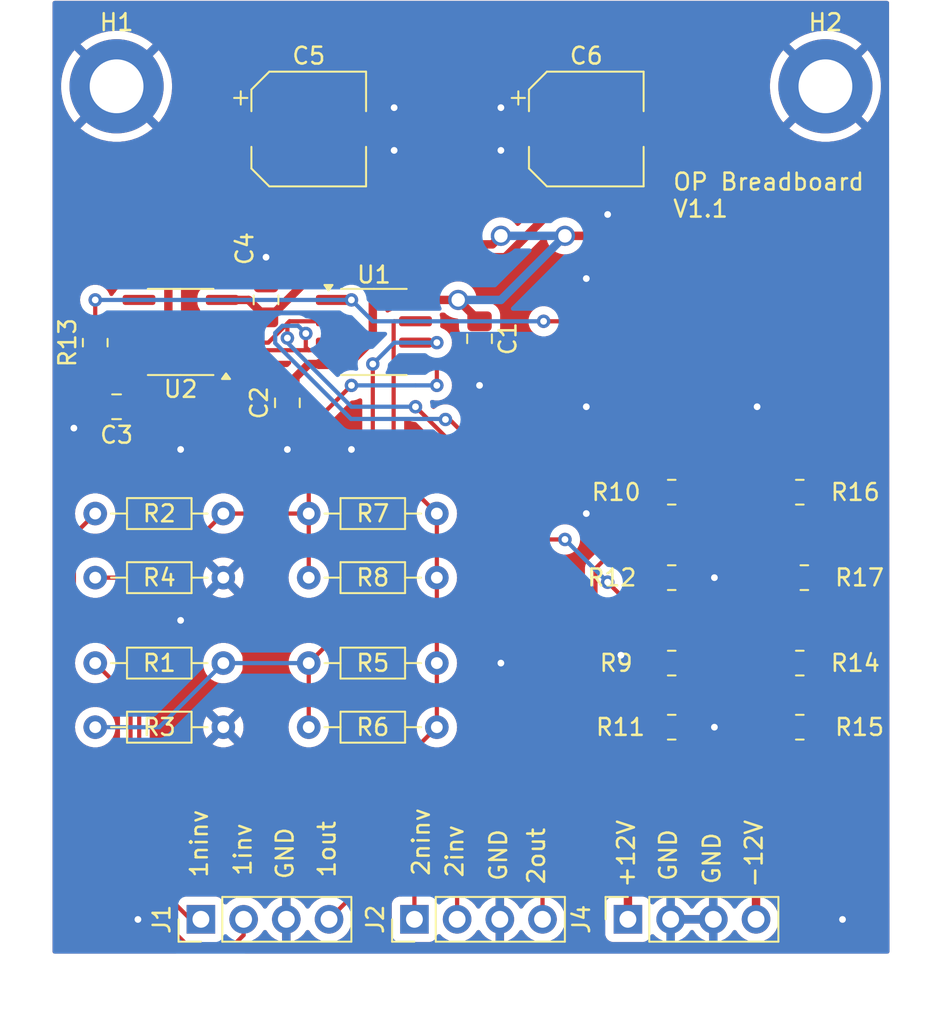
<source format=kicad_pcb>
(kicad_pcb (version 20240108) (generator "pcbnew") (generator_version "8.0")
  (title_block (title "OP- Breadboard") (date "2023-11-28") (rev "1.0"))
  (layers (0 "F.Cu" signal) (31 "B.Cu" signal) (34 "B.Paste" user) (35 "F.Paste" user) (36 "B.SilkS" user "B.Silkscreen") (37 "F.SilkS" user "F.Silkscreen") (38 "B.Mask" user) (39 "F.Mask" user) (44 "Edge.Cuts" user))
  (net 0 "")
  (net 1 "Net-(J1-Pin_1)")
  (net 2 "Net-(J2-Pin_1)")
  (net 3 "GND")
  (net 4 "Net-(J1-Pin_4)")
  (net 5 "Net-(J2-Pin_4)")
  (net 6 "Net-(J1-Pin_2)")
  (net 7 "Net-(J2-Pin_2)")
  (net 8 "+12V")
  (net 9 "-12V")
  (net 10 "Net-(U1B--)")
  (net 11 "Net-(U1B-+)")
  (net 12 "Net-(U1A--)")
  (net 13 "Net-(U1A-+)")
  (net 14 "unconnected-(U2-BAL-Pad5)")
  (footprint "Resistor_SMD:R_0805_2012Metric_Pad1.20x1.40mm_HandSolder" (layer "F.Cu") (at 236.4138 124.6886 180)
    (property "Reference" "R17" (at -3.286 0 0) (layer "F.SilkS"))
    (property "Value" "R")
    (fp_line (start -0.227064 0.735) (end 0.227064 0.735) (stroke (width 0.12)) (layer "F.SilkS"))
    (fp_line (start -0.227064 -0.735) (end 0.227064 -0.735) (stroke (width 0.12)) (layer "F.SilkS"))
    (pad "1" smd roundrect (at -1 0 180) (size 1.2 1.4) (layers "F.Cu" "F.Paste" "F.Mask") (roundrect_rratio 0.208333) (net 5 "Net-(J2-Pin_4)"))
    (pad "2" smd roundrect (at 1 0 180) (size 1.2 1.4) (layers "F.Cu" "F.Paste" "F.Mask") (roundrect_rratio 0.208333) (net 13 "Net-(U1A-+)"))
  )
  (footprint "Resistor_THT:R_Axial_DIN0204_L3.6mm_D1.6mm_P7.62mm_Horizontal" (layer "F.Cu") (at 194.2338 120.8786)
    (property "Reference" "R2" (at 3.81 0 0) (layer "F.SilkS"))
    (property "Value" "R")
    (fp_line (start 0.94 0) (end 1.89 0) (stroke (width 0.12)) (layer "F.SilkS"))
    (fp_line (start 1.89 -0.92) (end 1.89 0.92) (stroke (width 0.12)) (layer "F.SilkS"))
    (fp_line (start 1.89 0.92) (end 5.73 0.92) (stroke (width 0.12)) (layer "F.SilkS"))
    (fp_line (start 5.73 -0.92) (end 1.89 -0.92) (stroke (width 0.12)) (layer "F.SilkS"))
    (fp_line (start 5.73 0.92) (end 5.73 -0.92) (stroke (width 0.12)) (layer "F.SilkS"))
    (fp_line (start 6.68 0) (end 5.73 0) (stroke (width 0.12)) (layer "F.SilkS"))
    (pad "1" thru_hole circle (at 0 0) (size 1.4 1.4) (drill 0.7) (layers "*.Cu" "*.Mask") (net 1 "Net-(J1-Pin_1)"))
    (pad "2" thru_hole oval (at 7.62 0) (size 1.4 1.4) (drill 0.7) (layers "*.Cu" "*.Mask") (net 11 "Net-(U1B-+)"))
  )
  (footprint "Resistor_THT:R_Axial_DIN0204_L3.6mm_D1.6mm_P7.62mm_Horizontal" (layer "F.Cu") (at 201.8538 133.5786 180)
    (property "Reference" "R3" (at 3.81 0 0) (layer "F.SilkS"))
    (property "Value" "R")
    (fp_line (start 6.68 0) (end 5.73 0) (stroke (width 0.12)) (layer "F.SilkS"))
    (fp_line (start 5.73 0.92) (end 5.73 -0.92) (stroke (width 0.12)) (layer "F.SilkS"))
    (fp_line (start 5.73 -0.92) (end 1.89 -0.92) (stroke (width 0.12)) (layer "F.SilkS"))
    (fp_line (start 1.89 0.92) (end 5.73 0.92) (stroke (width 0.12)) (layer "F.SilkS"))
    (fp_line (start 1.89 -0.92) (end 1.89 0.92) (stroke (width 0.12)) (layer "F.SilkS"))
    (fp_line (start 0.94 0) (end 1.89 0) (stroke (width 0.12)) (layer "F.SilkS"))
    (pad "1" thru_hole circle (at 0 0 180) (size 1.4 1.4) (drill 0.7) (layers "*.Cu" "*.Mask") (net 3 "GND"))
    (pad "2" thru_hole oval (at 7.62 0 180) (size 1.4 1.4) (drill 0.7) (layers "*.Cu" "*.Mask") (net 10 "Net-(U1B--)"))
  )
  (footprint "Resistor_SMD:R_0805_2012Metric_Pad1.20x1.40mm_HandSolder" (layer "F.Cu") (at 228.5238 124.6886 180)
    (property "Reference" "R12" (at 3.556 0 0) (layer "F.SilkS"))
    (property "Value" "R")
    (fp_line (start -0.227064 0.735) (end 0.227064 0.735) (stroke (width 0.12)) (layer "F.SilkS"))
    (fp_line (start -0.227064 -0.735) (end 0.227064 -0.735) (stroke (width 0.12)) (layer "F.SilkS"))
    (pad "1" smd roundrect (at -1 0 180) (size 1.2 1.4) (layers "F.Cu" "F.Paste" "F.Mask") (roundrect_rratio 0.208333) (net 3 "GND"))
    (pad "2" smd roundrect (at 1 0 180) (size 1.2 1.4) (layers "F.Cu" "F.Paste" "F.Mask") (roundrect_rratio 0.208333) (net 13 "Net-(U1A-+)"))
  )
  (footprint "Capacitor_SMD:CP_Elec_6.3x5.9" (layer "F.Cu") (at 223.4438 98.0186)
    (property "Reference" "C6" (at 0 -4.35 0) (layer "F.SilkS"))
    (property "Value" "C_Polarized")
    (fp_line (start -4.4375 -1.8475) (end -3.65 -1.8475) (stroke (width 0.12)) (layer "F.SilkS"))
    (fp_line (start -4.04375 -2.24125) (end -4.04375 -1.45375) (stroke (width 0.12)) (layer "F.SilkS"))
    (fp_line (start -3.41 -2.345563) (end -3.41 -1.06) (stroke (width 0.12)) (layer "F.SilkS"))
    (fp_line (start -3.41 -2.345563) (end -2.345563 -3.41) (stroke (width 0.12)) (layer "F.SilkS"))
    (fp_line (start -3.41 2.345563) (end -3.41 1.06) (stroke (width 0.12)) (layer "F.SilkS"))
    (fp_line (start -3.41 2.345563) (end -2.345563 3.41) (stroke (width 0.12)) (layer "F.SilkS"))
    (fp_line (start -2.345563 -3.41) (end 3.41 -3.41) (stroke (width 0.12)) (layer "F.SilkS"))
    (fp_line (start -2.345563 3.41) (end 3.41 3.41) (stroke (width 0.12)) (layer "F.SilkS"))
    (fp_line (start 3.41 -3.41) (end 3.41 -1.06) (stroke (width 0.12)) (layer "F.SilkS"))
    (fp_line (start 3.41 3.41) (end 3.41 1.06) (stroke (width 0.12)) (layer "F.SilkS"))
    (pad "1" smd roundrect (at -2.8 0) (size 3.5 1.6) (layers "F.Cu" "F.Paste" "F.Mask") (roundrect_rratio 0.15625) (net 3 "GND"))
    (pad "2" smd roundrect (at 2.8 0) (size 3.5 1.6) (layers "F.Cu" "F.Paste" "F.Mask") (roundrect_rratio 0.15625) (net 9 "-12V"))
  )
  (footprint "Resistor_THT:R_Axial_DIN0204_L3.6mm_D1.6mm_P7.62mm_Horizontal" (layer "F.Cu") (at 214.5538 133.5786 180)
    (property "Reference" "R6" (at 3.81 0 0) (layer "F.SilkS"))
    (property "Value" "R")
    (fp_line (start 6.68 0) (end 5.73 0) (stroke (width 0.12)) (layer "F.SilkS"))
    (fp_line (start 5.73 0.92) (end 5.73 -0.92) (stroke (width 0.12)) (layer "F.SilkS"))
    (fp_line (start 5.73 -0.92) (end 1.89 -0.92) (stroke (width 0.12)) (layer "F.SilkS"))
    (fp_line (start 1.89 0.92) (end 5.73 0.92) (stroke (width 0.12)) (layer "F.SilkS"))
    (fp_line (start 1.89 -0.92) (end 1.89 0.92) (stroke (width 0.12)) (layer "F.SilkS"))
    (fp_line (start 0.94 0) (end 1.89 0) (stroke (width 0.12)) (layer "F.SilkS"))
    (pad "1" thru_hole circle (at 0 0 180) (size 1.4 1.4) (drill 0.7) (layers "*.Cu" "*.Mask") (net 4 "Net-(J1-Pin_4)"))
    (pad "2" thru_hole oval (at 7.62 0 180) (size 1.4 1.4) (drill 0.7) (layers "*.Cu" "*.Mask") (net 10 "Net-(U1B--)"))
  )
  (footprint "Resistor_THT:R_Axial_DIN0204_L3.6mm_D1.6mm_P7.62mm_Horizontal" (layer "F.Cu") (at 206.9338 120.8786)
    (property "Reference" "R7" (at 3.81 0 0) (layer "F.SilkS"))
    (property "Value" "R")
    (fp_line (start 0.94 0) (end 1.89 0) (stroke (width 0.12)) (layer "F.SilkS"))
    (fp_line (start 1.89 -0.92) (end 1.89 0.92) (stroke (width 0.12)) (layer "F.SilkS"))
    (fp_line (start 1.89 0.92) (end 5.73 0.92) (stroke (width 0.12)) (layer "F.SilkS"))
    (fp_line (start 5.73 -0.92) (end 1.89 -0.92) (stroke (width 0.12)) (layer "F.SilkS"))
    (fp_line (start 5.73 0.92) (end 5.73 -0.92) (stroke (width 0.12)) (layer "F.SilkS"))
    (fp_line (start 6.68 0) (end 5.73 0) (stroke (width 0.12)) (layer "F.SilkS"))
    (pad "1" thru_hole circle (at 0 0) (size 1.4 1.4) (drill 0.7) (layers "*.Cu" "*.Mask") (net 11 "Net-(U1B-+)"))
    (pad "2" thru_hole oval (at 7.62 0) (size 1.4 1.4) (drill 0.7) (layers "*.Cu" "*.Mask") (net 4 "Net-(J1-Pin_4)"))
  )
  (footprint "Package_SO:SOIC-8_3.9x4.9mm_P1.27mm" (layer "F.Cu") (at 210.8088 110.0836)
    (property "Reference" "U1" (at 0 -3.4 0) (layer "F.SilkS"))
    (property "Value" "NE5532")
    (fp_line (start 0 -2.56) (end -1.95 -2.56) (stroke (width 0.12)) (layer "F.SilkS"))
    (fp_line (start 0 -2.56) (end 1.95 -2.56) (stroke (width 0.12)) (layer "F.SilkS"))
    (fp_line (start 0 2.56) (end -1.95 2.56) (stroke (width 0.12)) (layer "F.SilkS"))
    (fp_line (start 0 2.56) (end 1.95 2.56) (stroke (width 0.12)) (layer "F.SilkS"))
    (fp_poly (pts (xy -2.7 -2.465) (xy -2.94 -2.795) (xy -2.46 -2.795) (xy -2.7 -2.465)) (stroke (width 0.12)) (fill solid) (layer "F.SilkS"))
    (pad "1" smd roundrect (at -2.475 -1.905) (size 1.95 0.6) (layers "F.Cu" "F.Paste" "F.Mask") (net 5 "Net-(J2-Pin_4)"))
    (pad "2" smd roundrect (at -2.475 -0.635) (size 1.95 0.6) (layers "F.Cu" "F.Paste" "F.Mask") (net 12 "Net-(U1A--)"))
    (pad "3" smd roundrect (at -2.475 0.635) (size 1.95 0.6) (layers "F.Cu" "F.Paste" "F.Mask") (net 13 "Net-(U1A-+)"))
    (pad "4" smd roundrect (at -2.475 1.905) (size 1.95 0.6) (layers "F.Cu" "F.Paste" "F.Mask") (net 9 "-12V"))
    (pad "5" smd roundrect (at 2.475 1.905) (size 1.95 0.6) (layers "F.Cu" "F.Paste" "F.Mask") (net 11 "Net-(U1B-+)"))
    (pad "6" smd roundrect (at 2.475 0.635) (size 1.95 0.6) (layers "F.Cu" "F.Paste" "F.Mask") (net 10 "Net-(U1B--)"))
    (pad "7" smd roundrect (at 2.475 -0.635) (size 1.95 0.6) (layers "F.Cu" "F.Paste" "F.Mask") (net 4 "Net-(J1-Pin_4)"))
    (pad "8" smd roundrect (at 2.475 -1.905) (size 1.95 0.6) (layers "F.Cu" "F.Paste" "F.Mask") (net 8 "+12V"))
  )
  (footprint "Resistor_SMD:R_0805_2012Metric_Pad1.20x1.40mm_HandSolder" (layer "F.Cu") (at 228.5238 119.6086)
    (property "Reference" "R10" (at -3.302 0 0) (layer "F.SilkS"))
    (property "Value" "R")
    (fp_line (start -0.227064 -0.735) (end 0.227064 -0.735) (stroke (width 0.12)) (layer "F.SilkS"))
    (fp_line (start -0.227064 0.735) (end 0.227064 0.735) (stroke (width 0.12)) (layer "F.SilkS"))
    (pad "1" smd roundrect (at -1 0) (size 1.2 1.4) (layers "F.Cu" "F.Paste" "F.Mask") (roundrect_rratio 0.208333) (net 2 "Net-(J2-Pin_1)"))
    (pad "2" smd roundrect (at 1 0) (size 1.2 1.4) (layers "F.Cu" "F.Paste" "F.Mask") (roundrect_rratio 0.208333) (net 13 "Net-(U1A-+)"))
  )
  (footprint "Connector_PinHeader_2.54mm:PinHeader_1x04_P2.54mm_Vertical" (layer "F.Cu") (at 200.52 145 90)
    (property "Reference" "J1" (at 0 -2.33 90) (layer "F.SilkS"))
    (property "Value" "Conn_01x04_Pin")
    (fp_line (start -1.33 -1.33) (end 0 -1.33) (stroke (width 0.12)) (layer "F.SilkS"))
    (fp_line (start -1.33 0) (end -1.33 -1.33) (stroke (width 0.12)) (layer "F.SilkS"))
    (fp_line (start 1.33 1.27) (end 1.33 8.95) (stroke (width 0.12)) (layer "F.SilkS"))
    (fp_line (start -1.33 1.27) (end 1.33 1.27) (stroke (width 0.12)) (layer "F.SilkS"))
    (fp_line (start -1.33 1.27) (end -1.33 8.95) (stroke (width 0.12)) (layer "F.SilkS"))
    (fp_line (start -1.33 8.95) (end 1.33 8.95) (stroke (width 0.12)) (layer "F.SilkS"))
    (pad "1" thru_hole rect (at 0 0 90) (size 1.7 1.7) (drill 1) (layers "*.Cu" "*.Mask") (net 1 "Net-(J1-Pin_1)"))
    (pad "2" thru_hole oval (at 0 2.54 90) (size 1.7 1.7) (drill 1) (layers "*.Cu" "*.Mask") (net 6 "Net-(J1-Pin_2)"))
    (pad "3" thru_hole oval (at 0 5.08 90) (size 1.7 1.7) (drill 1) (layers "*.Cu" "*.Mask") (net 3 "GND"))
    (pad "4" thru_hole oval (at 0 7.62 90) (size 1.7 1.7) (drill 1) (layers "*.Cu" "*.Mask") (net 4 "Net-(J1-Pin_4)"))
  )
  (footprint "Resistor_SMD:R_0805_2012Metric_Pad1.20x1.40mm_HandSolder" (layer "F.Cu") (at 228.5238 133.5786 180)
    (property "Reference" "R11" (at 3.048 0 0) (layer "F.SilkS"))
    (property "Value" "R")
    (fp_line (start -0.227064 0.735) (end 0.227064 0.735) (stroke (width 0.12)) (layer "F.SilkS"))
    (fp_line (start -0.227064 -0.735) (end 0.227064 -0.735) (stroke (width 0.12)) (layer "F.SilkS"))
    (pad "1" smd roundrect (at -1 0 180) (size 1.2 1.4) (layers "F.Cu" "F.Paste" "F.Mask") (roundrect_rratio 0.208333) (net 3 "GND"))
    (pad "2" smd roundrect (at 1 0 180) (size 1.2 1.4) (layers "F.Cu" "F.Paste" "F.Mask") (roundrect_rratio 0.208333) (net 12 "Net-(U1A--)"))
  )
  (footprint "Capacitor_SMD:C_0805_2012Metric_Pad1.18x1.45mm_HandSolder" (layer "F.Cu") (at 204.3938 108.1786 -90)
    (property "Reference" "C4" (at -3.048 1.27 90) (layer "F.SilkS"))
    (property "Value" "C")
    (fp_line (start -0.261252 0.735) (end 0.261252 0.735) (stroke (width 0.12)) (layer "F.SilkS"))
    (fp_line (start -0.261252 -0.735) (end 0.261252 -0.735) (stroke (width 0.12)) (layer "F.SilkS"))
    (pad "1" smd roundrect (at -1.0375 0 270) (size 1.175 1.45) (layers "F.Cu" "F.Paste" "F.Mask") (roundrect_rratio 0.212766) (net 3 "GND"))
    (pad "2" smd roundrect (at 1.0375 0 270) (size 1.175 1.45) (layers "F.Cu" "F.Paste" "F.Mask") (roundrect_rratio 0.212766) (net 9 "-12V"))
  )
  (footprint "MountingHole:MountingHole_3.2mm_M3_DIN965_Pad_TopBottom" (layer "F.Cu") (at 195.5038 95.4786)
    (property "Reference" "H1" (at 0 -3.8 0) (layer "F.SilkS"))
    (property "Value" "MountingHole_Pad")
    (pad "1" thru_hole circle (at 0 0) (size 3.6 3.6) (drill 3.2) (layers "*.Cu" "*.Mask") (net 3 "GND"))
    (pad "1" connect circle (at 0 0) (size 5.6 5.6) (layers "F.Cu" "F.Mask") (net 3 "GND"))
    (pad "1" connect circle (at 0 0) (size 5.6 5.6) (layers "B.Cu" "B.Mask") (net 3 "GND"))
  )
  (footprint "Resistor_THT:R_Axial_DIN0204_L3.6mm_D1.6mm_P7.62mm_Horizontal" (layer "F.Cu") (at 214.5538 124.6886 180)
    (property "Reference" "R8" (at 3.81 0 0) (layer "F.SilkS"))
    (property "Value" "R")
    (fp_line (start 6.68 0) (end 5.73 0) (stroke (width 0.12)) (layer "F.SilkS"))
    (fp_line (start 5.73 0.92) (end 5.73 -0.92) (stroke (width 0.12)) (layer "F.SilkS"))
    (fp_line (start 5.73 -0.92) (end 1.89 -0.92) (stroke (width 0.12)) (layer "F.SilkS"))
    (fp_line (start 1.89 0.92) (end 5.73 0.92) (stroke (width 0.12)) (layer "F.SilkS"))
    (fp_line (start 1.89 -0.92) (end 1.89 0.92) (stroke (width 0.12)) (layer "F.SilkS"))
    (fp_line (start 0.94 0) (end 1.89 0) (stroke (width 0.12)) (layer "F.SilkS"))
    (pad "1" thru_hole circle (at 0 0 180) (size 1.4 1.4) (drill 0.7) (layers "*.Cu" "*.Mask") (net 4 "Net-(J1-Pin_4)"))
    (pad "2" thru_hole oval (at 7.62 0 180) (size 1.4 1.4) (drill 0.7) (layers "*.Cu" "*.Mask") (net 11 "Net-(U1B-+)"))
  )
  (footprint "Resistor_SMD:R_0805_2012Metric_Pad1.20x1.40mm_HandSolder" (layer "F.Cu") (at 194.2338 110.7186 90)
    (property "Reference" "R13" (at 0 -1.65 90) (layer "F.SilkS"))
    (property "Value" "R")
    (fp_line (start -0.227064 -0.735) (end 0.227064 -0.735) (stroke (width 0.12)) (layer "F.SilkS"))
    (fp_line (start -0.227064 0.735) (end 0.227064 0.735) (stroke (width 0.12)) (layer "F.SilkS"))
    (pad "1" smd roundrect (at -1 0 90) (size 1.2 1.4) (layers "F.Cu" "F.Paste" "F.Mask") (roundrect_rratio 0.208333) (net 8 "+12V"))
    (pad "2" smd roundrect (at 1 0 90) (size 1.2 1.4) (layers "F.Cu" "F.Paste" "F.Mask") (roundrect_rratio 0.208333) (net 5 "Net-(J2-Pin_4)"))
  )
  (footprint "Capacitor_SMD:C_0805_2012Metric_Pad1.18x1.45mm_HandSolder" (layer "F.Cu") (at 217.0938 110.4861 -90)
    (property "Reference" "C1" (at 0 -1.68 90) (layer "F.SilkS"))
    (property "Value" "C")
    (fp_line (start -0.261252 0.735) (end 0.261252 0.735) (stroke (width 0.12)) (layer "F.SilkS"))
    (fp_line (start -0.261252 -0.735) (end 0.261252 -0.735) (stroke (width 0.12)) (layer "F.SilkS"))
    (pad "1" smd roundrect (at -1.0375 0 270) (size 1.175 1.45) (layers "F.Cu" "F.Paste" "F.Mask") (roundrect_rratio 0.212766) (net 8 "+12V"))
    (pad "2" smd roundrect (at 1.0375 0 270) (size 1.175 1.45) (layers "F.Cu" "F.Paste" "F.Mask") (roundrect_rratio 0.212766) (net 3 "GND"))
  )
  (footprint "Resistor_SMD:R_0805_2012Metric_Pad1.20x1.40mm_HandSolder" (layer "F.Cu") (at 236.1438 129.7686)
    (property "Reference" "R14" (at 3.302 0 0) (layer "F.SilkS"))
    (property "Value" "R")
    (fp_line (start -0.227064 -0.735) (end 0.227064 -0.735) (stroke (width 0.12)) (layer "F.SilkS"))
    (fp_line (start -0.227064 0.735) (end 0.227064 0.735) (stroke (width 0.12)) (layer "F.SilkS"))
    (pad "1" smd roundrect (at -1 0) (size 1.2 1.4) (layers "F.Cu" "F.Paste" "F.Mask") (roundrect_rratio 0.208333) (net 12 "Net-(U1A--)"))
    (pad "2" smd roundrect (at 1 0) (size 1.2 1.4) (layers "F.Cu" "F.Paste" "F.Mask") (roundrect_rratio 0.208333) (net 5 "Net-(J2-Pin_4)"))
  )
  (footprint "MountingHole:MountingHole_3.2mm_M3_DIN965_Pad_TopBottom" (layer "F.Cu") (at 237.6678 95.4786)
    (property "Reference" "H2" (at 0 -3.8 0) (layer "F.SilkS"))
    (property "Value" "MountingHole_Pad")
    (pad "1" thru_hole circle (at 0 0) (size 3.6 3.6) (drill 3.2) (layers "*.Cu" "*.Mask") (net 3 "GND"))
    (pad "1" connect circle (at 0 0) (size 5.6 5.6) (layers "F.Cu" "F.Mask") (net 3 "GND"))
    (pad "1" connect circle (at 0 0) (size 5.6 5.6) (layers "B.Cu" "B.Mask") (net 3 "GND"))
  )
  (footprint "Connector_PinHeader_2.54mm:PinHeader_1x04_P2.54mm_Vertical" (layer "F.Cu") (at 213.22 145 90)
    (property "Reference" "J2" (at 0 -2.33 90) (layer "F.SilkS"))
    (property "Value" "Conn_01x04_Pin")
    (fp_line (start -1.33 -1.33) (end 0 -1.33) (stroke (width 0.12)) (layer "F.SilkS"))
    (fp_line (start -1.33 0) (end -1.33 -1.33) (stroke (width 0.12)) (layer "F.SilkS"))
    (fp_line (start 1.33 1.27) (end 1.33 8.95) (stroke (width 0.12)) (layer "F.SilkS"))
    (fp_line (start -1.33 1.27) (end 1.33 1.27) (stroke (width 0.12)) (layer "F.SilkS"))
    (fp_line (start -1.33 1.27) (end -1.33 8.95) (stroke (width 0.12)) (layer "F.SilkS"))
    (fp_line (start -1.33 8.95) (end 1.33 8.95) (stroke (width 0.12)) (layer "F.SilkS"))
    (pad "1" thru_hole rect (at 0 0 90) (size 1.7 1.7) (drill 1) (layers "*.Cu" "*.Mask") (net 2 "Net-(J2-Pin_1)"))
    (pad "2" thru_hole oval (at 0 2.54 90) (size 1.7 1.7) (drill 1) (layers "*.Cu" "*.Mask") (net 7 "Net-(J2-Pin_2)"))
    (pad "3" thru_hole oval (at 0 5.08 90) (size 1.7 1.7) (drill 1) (layers "*.Cu" "*.Mask") (net 3 "GND"))
    (pad "4" thru_hole oval (at 0 7.62 90) (size 1.7 1.7) (drill 1) (layers "*.Cu" "*.Mask") (net 5 "Net-(J2-Pin_4)"))
  )
  (footprint "Resistor_SMD:R_0805_2012Metric_Pad1.20x1.40mm_HandSolder" (layer "F.Cu") (at 236.1438 119.6086)
    (property "Reference" "R16" (at 3.302 0 0) (layer "F.SilkS"))
    (property "Value" "R")
    (fp_line (start -0.227064 -0.735) (end 0.227064 -0.735) (stroke (width 0.12)) (layer "F.SilkS"))
    (fp_line (start -0.227064 0.735) (end 0.227064 0.735) (stroke (width 0.12)) (layer "F.SilkS"))
    (pad "1" smd roundrect (at -1 0) (size 1.2 1.4) (layers "F.Cu" "F.Paste" "F.Mask") (roundrect_rratio 0.208333) (net 13 "Net-(U1A-+)"))
    (pad "2" smd roundrect (at 1 0) (size 1.2 1.4) (layers "F.Cu" "F.Paste" "F.Mask") (roundrect_rratio 0.208333) (net 5 "Net-(J2-Pin_4)"))
  )
  (footprint "Capacitor_SMD:C_0805_2012Metric_Pad1.18x1.45mm_HandSolder" (layer "F.Cu") (at 195.5038 114.5286 180)
    (property "Reference" "C3" (at 0 -1.68 0) (layer "F.SilkS"))
    (property "Value" "C")
    (fp_line (start -0.261252 0.735) (end 0.261252 0.735) (stroke (width 0.12)) (layer "F.SilkS"))
    (fp_line (start -0.261252 -0.735) (end 0.261252 -0.735) (stroke (width 0.12)) (layer "F.SilkS"))
    (pad "1" smd roundrect (at -1.0375 0 180) (size 1.175 1.45) (layers "F.Cu" "F.Paste" "F.Mask") (roundrect_rratio 0.212766) (net 8 "+12V"))
    (pad "2" smd roundrect (at 1.0375 0 180) (size 1.175 1.45) (layers "F.Cu" "F.Paste" "F.Mask") (roundrect_rratio 0.212766) (net 3 "GND"))
  )
  (footprint "Connector_PinSocket_2.54mm:PinSocket_1x04_P2.54mm_Vertical" (layer "F.Cu") (at 225.92 145 90)
    (property "Reference" "J4" (at 0 -2.77 90) (layer "F.SilkS"))
    (property "Value" "Conn_01x04_Pin")
    (fp_line (start 1.33 -1.33) (end 1.33 0) (stroke (width 0.12)) (layer "F.SilkS"))
    (fp_line (start 0 -1.33) (end 1.33 -1.33) (stroke (width 0.12)) (layer "F.SilkS"))
    (fp_line (start 1.33 1.27) (end 1.33 8.95) (stroke (width 0.12)) (layer "F.SilkS"))
    (fp_line (start -1.33 1.27) (end 1.33 1.27) (stroke (width 0.12)) (layer "F.SilkS"))
    (fp_line (start -1.33 1.27) (end -1.33 8.95) (stroke (width 0.12)) (layer "F.SilkS"))
    (fp_line (start -1.33 8.95) (end 1.33 8.95) (stroke (width 0.12)) (layer "F.SilkS"))
    (pad "1" thru_hole rect (at 0 0 90) (size 1.7 1.7) (drill 1) (layers "*.Cu" "*.Mask") (net 8 "+12V"))
    (pad "2" thru_hole oval (at 0 2.54 90) (size 1.7 1.7) (drill 1) (layers "*.Cu" "*.Mask") (net 3 "GND"))
    (pad "3" thru_hole oval (at 0 5.08 90) (size 1.7 1.7) (drill 1) (layers "*.Cu" "*.Mask") (net 3 "GND"))
    (pad "4" thru_hole oval (at 0 7.62 90) (size 1.7 1.7) (drill 1) (layers "*.Cu" "*.Mask") (net 9 "-12V"))
  )
  (footprint "Resistor_SMD:R_0805_2012Metric_Pad1.20x1.40mm_HandSolder" (layer "F.Cu") (at 228.5238 129.7686)
    (property "Reference" "R9" (at -3.302 0 0) (layer "F.SilkS"))
    (property "Value" "R")
    (fp_line (start -0.227064 -0.735) (end 0.227064 -0.735) (stroke (width 0.12)) (layer "F.SilkS"))
    (fp_line (start -0.227064 0.735) (end 0.227064 0.735) (stroke (width 0.12)) (layer "F.SilkS"))
    (pad "1" smd roundrect (at -1 0) (size 1.2 1.4) (layers "F.Cu" "F.Paste" "F.Mask") (roundrect_rratio 0.208333) (net 7 "Net-(J2-Pin_2)"))
    (pad "2" smd roundrect (at 1 0) (size 1.2 1.4) (layers "F.Cu" "F.Paste" "F.Mask") (roundrect_rratio 0.208333) (net 12 "Net-(U1A--)"))
  )
  (footprint "Capacitor_SMD:CP_Elec_6.3x5.9" (layer "F.Cu") (at 206.9338 98.0186)
    (property "Reference" "C5" (at 0 -4.35 0) (layer "F.SilkS"))
    (property "Value" "C_Polarized")
    (fp_line (start -4.4375 -1.8475) (end -3.65 -1.8475) (stroke (width 0.12)) (layer "F.SilkS"))
    (fp_line (start -4.04375 -2.24125) (end -4.04375 -1.45375) (stroke (width 0.12)) (layer "F.SilkS"))
    (fp_line (start -3.41 -2.345563) (end -3.41 -1.06) (stroke (width 0.12)) (layer "F.SilkS"))
    (fp_line (start -3.41 -2.345563) (end -2.345563 -3.41) (stroke (width 0.12)) (layer "F.SilkS"))
    (fp_line (start -3.41 2.345563) (end -3.41 1.06) (stroke (width 0.12)) (layer "F.SilkS"))
    (fp_line (start -3.41 2.345563) (end -2.345563 3.41) (stroke (width 0.12)) (layer "F.SilkS"))
    (fp_line (start -2.345563 -3.41) (end 3.41 -3.41) (stroke (width 0.12)) (layer "F.SilkS"))
    (fp_line (start -2.345563 3.41) (end 3.41 3.41) (stroke (width 0.12)) (layer "F.SilkS"))
    (fp_line (start 3.41 -3.41) (end 3.41 -1.06) (stroke (width 0.12)) (layer "F.SilkS"))
    (fp_line (start 3.41 3.41) (end 3.41 1.06) (stroke (width 0.12)) (layer "F.SilkS"))
    (pad "1" smd roundrect (at -2.8 0) (size 3.5 1.6) (layers "F.Cu" "F.Paste" "F.Mask") (roundrect_rratio 0.15625) (net 8 "+12V"))
    (pad "2" smd roundrect (at 2.8 0) (size 3.5 1.6) (layers "F.Cu" "F.Paste" "F.Mask") (roundrect_rratio 0.15625) (net 3 "GND"))
  )
  (footprint "Package_SO:SOIC-8_3.9x4.9mm_P1.27mm" (layer "F.Cu") (at 199.3138 110.0836 180)
    (property "Reference" "U2" (at 0 -3.4 0) (layer "F.SilkS"))
    (property "Value" "LM311")
    (fp_line (start 0 2.56) (end 1.95 2.56) (stroke (width 0.12)) (layer "F.SilkS"))
    (fp_line (start 0 2.56) (end -1.95 2.56) (stroke (width 0.12)) (layer "F.SilkS"))
    (fp_line (start 0 -2.56) (end 1.95 -2.56) (stroke (width 0.12)) (layer "F.SilkS"))
    (fp_line (start 0 -2.56) (end -1.95 -2.56) (stroke (width 0.12)) (layer "F.SilkS"))
    (fp_poly (pts (xy -2.7 -2.465) (xy -2.94 -2.795) (xy -2.46 -2.795) (xy -2.7 -2.465)) (stroke (width 0.12)) (fill solid) (layer "F.SilkS"))
    (pad "1" smd roundrect (at -2.475 -1.905 180) (size 1.95 0.6) (layers "F.Cu" "F.Paste" "F.Mask") (net 3 "GND"))
    (pad "2" smd roundrect (at -2.475 -0.635 180) (size 1.95 0.6) (layers "F.Cu" "F.Paste" "F.Mask") (net 13 "Net-(U1A-+)"))
    (pad "3" smd roundrect (at -2.475 0.635 180) (size 1.95 0.6) (layers "F.Cu" "F.Paste" "F.Mask") (net 12 "Net-(U1A--)"))
    (pad "4" smd roundrect (at -2.475 1.905 180) (size 1.95 0.6) (layers "F.Cu" "F.Paste" "F.Mask") (net 9 "-12V"))
    (pad "5" smd roundrect (at 2.475 1.905 180) (size 1.95 0.6) (layers "F.Cu" "F.Paste" "F.Mask") (net 14 "unconnected-(U2-BAL-Pad5)"))
    (pad "6" smd roundrect (at 2.475 0.635 180) (size 1.95 0.6) (layers "F.Cu" "F.Paste" "F.Mask"))
    (pad "7" smd roundrect (at 2.475 -0.635 180) (size 1.95 0.6) (layers "F.Cu" "F.Paste" "F.Mask") (net 5 "Net-(J2-Pin_4)"))
    (pad "8" smd roundrect (at 2.475 -1.905 180) (size 1.95 0.6) (layers "F.Cu" "F.Paste" "F.Mask") (net 8 "+12V"))
  )
  (footprint "Resistor_SMD:R_0805_2012Metric_Pad1.20x1.40mm_HandSolder" (layer "F.Cu") (at 236.1438 133.5786 180)
    (property "Reference" "R15" (at -3.556 0 0) (layer "F.SilkS"))
    (property "Value" "R")
    (fp_line (start -0.227064 0.735) (end 0.227064 0.735) (stroke (width 0.12)) (layer "F.SilkS"))
    (fp_line (start -0.227064 -0.735) (end 0.227064 -0.735) (stroke (width 0.12)) (layer "F.SilkS"))
    (pad "1" smd roundrect (at -1 0 180) (size 1.2 1.4) (layers "F.Cu" "F.Paste" "F.Mask") (roundrect_rratio 0.208333) (net 5 "Net-(J2-Pin_4)"))
    (pad "2" smd roundrect (at 1 0 180) (size 1.2 1.4) (layers "F.Cu" "F.Paste" "F.Mask") (roundrect_rratio 0.208333) (net 12 "Net-(U1A--)"))
  )
  (footprint "Resistor_THT:R_Axial_DIN0204_L3.6mm_D1.6mm_P7.62mm_Horizontal" (layer "F.Cu") (at 206.9338 129.7686)
    (property "Reference" "R5" (at 3.81 0 0) (layer "F.SilkS"))
    (property "Value" "R")
    (fp_line (start 0.94 0) (end 1.89 0) (stroke (width 0.12)) (layer "F.SilkS"))
    (fp_line (start 1.89 -0.92) (end 1.89 0.92) (stroke (width 0.12)) (layer "F.SilkS"))
    (fp_line (start 1.89 0.92) (end 5.73 0.92) (stroke (width 0.12)) (layer "F.SilkS"))
    (fp_line (start 5.73 -0.92) (end 1.89 -0.92) (stroke (width 0.12)) (layer "F.SilkS"))
    (fp_line (start 5.73 0.92) (end 5.73 -0.92) (stroke (width 0.12)) (layer "F.SilkS"))
    (fp_line (start 6.68 0) (end 5.73 0) (stroke (width 0.12)) (layer "F.SilkS"))
    (pad "1" thru_hole circle (at 0 0) (size 1.4 1.4) (drill 0.7) (layers "*.Cu" "*.Mask") (net 10 "Net-(U1B--)"))
    (pad "2" thru_hole oval (at 7.62 0) (size 1.4 1.4) (drill 0.7) (layers "*.Cu" "*.Mask") (net 4 "Net-(J1-Pin_4)"))
  )
  (footprint "Resistor_THT:R_Axial_DIN0204_L3.6mm_D1.6mm_P7.62mm_Horizontal" (layer "F.Cu") (at 201.8538 124.6886 180)
    (property "Reference" "R4" (at 3.81 0 0) (layer "F.SilkS"))
    (property "Value" "R")
    (fp_line (start 6.68 0) (end 5.73 0) (stroke (width 0.12)) (layer "F.SilkS"))
    (fp_line (start 5.73 0.92) (end 5.73 -0.92) (stroke (width 0.12)) (layer "F.SilkS"))
    (fp_line (start 5.73 -0.92) (end 1.89 -0.92) (stroke (width 0.12)) (layer "F.SilkS"))
    (fp_line (start 1.89 0.92) (end 5.73 0.92) (stroke (width 0.12)) (layer "F.SilkS"))
    (fp_line (start 1.89 -0.92) (end 1.89 0.92) (stroke (width 0.12)) (layer "F.SilkS"))
    (fp_line (start 0.94 0) (end 1.89 0) (stroke (width 0.12)) (layer "F.SilkS"))
    (pad "1" thru_hole circle (at 0 0 180) (size 1.4 1.4) (drill 0.7) (layers "*.Cu" "*.Mask") (net 3 "GND"))
    (pad "2" thru_hole oval (at 7.62 0 180) (size 1.4 1.4) (drill 0.7) (layers "*.Cu" "*.Mask") (net 11 "Net-(U1B-+)"))
  )
  (footprint "Capacitor_SMD:C_0805_2012Metric_Pad1.18x1.45mm_HandSolder" (layer "F.Cu") (at 205.6638 114.2961 90)
    (property "Reference" "C2" (at 0 -1.68 90) (layer "F.SilkS"))
    (property "Value" "C")
    (fp_line (start -0.261252 -0.735) (end 0.261252 -0.735) (stroke (width 0.12)) (layer "F.SilkS"))
    (fp_line (start -0.261252 0.735) (end 0.261252 0.735) (stroke (width 0.12)) (layer "F.SilkS"))
    (pad "1" smd roundrect (at -1.0375 0 90) (size 1.175 1.45) (layers "F.Cu" "F.Paste" "F.Mask") (roundrect_rratio 0.212766) (net 3 "GND"))
    (pad "2" smd roundrect (at 1.0375 0 90) (size 1.175 1.45) (layers "F.Cu" "F.Paste" "F.Mask") (roundrect_rratio 0.212766) (net 9 "-12V"))
  )
  (footprint "Resistor_THT:R_Axial_DIN0204_L3.6mm_D1.6mm_P7.62mm_Horizontal" (layer "F.Cu") (at 194.2338 129.7686)
    (property "Reference" "R1" (at 3.81 0 0) (layer "F.SilkS"))
    (property "Value" "R")
    (fp_line (start 0.94 0) (end 1.89 0) (stroke (width 0.12)) (layer "F.SilkS"))
    (fp_line (start 1.89 -0.92) (end 1.89 0.92) (stroke (width 0.12)) (layer "F.SilkS"))
    (fp_line (start 1.89 0.92) (end 5.73 0.92) (stroke (width 0.12)) (layer "F.SilkS"))
    (fp_line (start 5.73 -0.92) (end 1.89 -0.92) (stroke (width 0.12)) (layer "F.SilkS"))
    (fp_line (start 5.73 0.92) (end 5.73 -0.92) (stroke (width 0.12)) (layer "F.SilkS"))
    (fp_line (start 6.68 0) (end 5.73 0) (stroke (width 0.12)) (layer "F.SilkS"))
    (pad "1" thru_hole circle (at 0 0) (size 1.4 1.4) (drill 0.7) (layers "*.Cu" "*.Mask") (net 6 "Net-(J1-Pin_2)"))
    (pad "2" thru_hole oval (at 7.62 0) (size 1.4 1.4) (drill 0.7) (layers "*.Cu" "*.Mask") (net 10 "Net-(U1B--)"))
  )
  (gr_text "GND\n" (at 231.5 143 90) (layer "F.SilkS") (effects (font (size 1 1)) (justify left bottom)))
  (gr_text "+12V\n" (at 226.4 143.2 90) (layer "F.SilkS") (effects (font (size 1 1)) (justify left bottom)))
  (gr_text "1inv" (at 203.6 142.5 90) (layer "F.SilkS") (effects (font (size 1 1)) (justify left bottom)))
  (gr_text "1out\n" (at 208.6 142.6 90) (layer "F.SilkS") (effects (font (size 1 1)) (justify left bottom)))
  (gr_text "2out\n" (at 221.0562 143.002 90) (layer "F.SilkS") (effects (font (size 1 1)) (justify left bottom)))
  (gr_text "2ninv" (at 214.2 142.5 90) (layer "F.SilkS") (effects (font (size 1 1)) (justify left bottom)))
  (gr_text "2inv\n" (at 216.2 142.6 90) (layer "F.SilkS") (effects (font (size 1 1)) (justify left bottom)))
  (gr_text "-12V\n" (at 234 143.2 90) (layer "F.SilkS") (effects (font (size 1 1)) (justify left bottom)))
  (gr_text "OP Breadboard\nV1.1" (at 228.5238 103.3526 0) (layer "F.SilkS") (effects (font (size 1 1)) (justify left bottom)))
  (gr_text "1ninv" (at 201 142.6 90) (layer "F.SilkS") (effects (font (size 1 1)) (justify left bottom)))
  (gr_text "GND" (at 218.8 142.8 90) (layer "F.SilkS") (effects (font (size 1 1)) (justify left bottom)))
  (gr_text "GND" (at 206.1 142.7 90) (layer "F.SilkS") (effects (font (size 1 1)) (justify left bottom)))
  (gr_text "GND" (at 228.9 142.8 90) (layer "F.SilkS") (effects (font (size 1 1)) (justify left bottom)))
  (segment (start 196.85 130.5814) (end 196.85 141.95) (width 0.25) (layer "F.Cu") (net 1))
  (segment (start 196.85 141.95) (end 199.9 145) (width 0.25) (layer "F.Cu") (net 1))
  (segment (start 199.9 145) (end 200.52 145) (width 0.25) (layer "F.Cu") (net 1))
  (segment (start 192.9638 126.6952) (end 192.9638 122.1486) (width 0.25) (layer "F.Cu") (net 1))
  (segment (start 192.9638 126.6952) (end 196.85 130.5814) (width 0.25) (layer "F.Cu") (net 1))
  (segment (start 192.9638 122.1486) (end 194.2338 120.8786) (width 0.25) (layer "F.Cu") (net 1))
  (segment (start 224.2638 135.2986) (end 220.2434 139.319) (width 0.25) (layer "F.Cu") (net 2))
  (segment (start 224.2638 135.2986) (end 224.2638 126.4086) (width 0.25) (layer "F.Cu") (net 2))
  (segment (start 224.2638 126.4086) (end 223.9888 126.1336) (width 0.25) (layer "F.Cu") (net 2))
  (segment (start 223.9888 124.1436) (end 227.5238 120.6086) (width 0.25) (layer "F.Cu") (net 2))
  (segment (start 215.8492 139.319) (end 213.22 141.9482) (width 0.25) (layer "F.Cu") (net 2))
  (segment (start 220.2434 139.319) (end 215.8492 139.319) (width 0.25) (layer "F.Cu") (net 2))
  (segment (start 213.22 141.9482) (end 213.22 145) (width 0.25) (layer "F.Cu") (net 2))
  (segment (start 223.9888 126.1336) (end 223.9888 124.1436) (width 0.25) (layer "F.Cu") (net 2))
  (segment (start 227.5238 120.6086) (end 227.5238 119.6086) (width 0.25) (layer "F.Cu") (net 2))
  (segment (start 211.0038 96.7486) (end 212.0138 96.7486) (width 0.25) (layer "F.Cu") (net 3))
  (segment (start 201.8538 133.5786) (end 203.1238 132.3086) (width 0.25) (layer "F.Cu") (net 3))
  (segment (start 229.5238 124.6886) (end 231.0638 124.6886) (width 0.25) (layer "F.Cu") (net 3))
  (segment (start 217.0938 111.5236) (end 217.0938 113.2586) (width 0.25) (layer "F.Cu") (net 3))
  (segment (start 219.3738 96.7486) (end 218.3638 96.7486) (width 0.25) (layer "F.Cu") (net 3))
  (segment (start 219.3738 99.2886) (end 218.3638 99.2886) (width 0.25) (layer "F.Cu") (net 3))
  (segment (start 220.6438 98.0186) (end 219.3738 96.7486) (width 0.25) (layer "F.Cu") (net 3))
  (segment (start 203.1238 132.3086) (end 203.1238 125.9586) (width 0.25) (layer "F.Cu") (net 3))
  (segment (start 229.5238 133.5786) (end 231.0638 133.5786) (width 0.25) (layer "F.Cu") (net 3))
  (segment (start 220.6438 98.0186) (end 219.3738 99.2886) (width 0.25) (layer "F.Cu") (net 3))
  (segment (start 205.6638 115.3336) (end 205.6638 117.0686) (width 0.25) (layer "F.Cu") (net 3))
  (segment (start 226.0854 136.1186) (end 226.9838 136.1186) (width 0.25) (layer "F.Cu") (net 3))
  (segment (start 225.9838 136.1186) (end 226.0854 136.1186) (width 0.25) (layer "F.Cu") (net 3))
  (segment (start 194.4663 114.5286) (end 194.2338 114.5286) (width 0.25) (layer "F.Cu") (net 3))
  (segment (start 212.0138 99.2886) (end 211.0038 99.2886) (width 0.25) (layer "F.Cu") (net 3))
  (segment (start 194.2338 114.5286) (end 192.9638 115.7986) (width 0.25) (layer "F.Cu") (net 3))
  (segment (start 226.0854 136.1186) (end 226.0854 136.6012) (width 0.25) (layer "F.Cu") (net 3))
  (segment (start 203.1238 125.9586) (end 201.8538 124.6886) (width 0.25) (layer "F.Cu") (net 3))
  (segment (start 204.3938 107.1411) (end 204.3938 105.6386) (width 0.25) (layer "F.Cu") (net 3))
  (segment (start 211.0038 99.2886) (end 209.7338 98.0186) (width 0.25) (layer "F.Cu") (net 3))
  (segment (start 205.6638 115.3336) (end 205.1338 115.3336) (width 0.25) (layer "F.Cu") (net 3))
  (segment (start 226.9838 136.1186) (end 229.5238 133.5786) (width 0.25) (layer "F.Cu") (net 3))
  (segment (start 209.7338 98.0186) (end 211.0038 96.7486) (width 0.25) (layer "F.Cu") (net 3))
  (via (at 199.3138 117.0686) (size 0.8) (drill 0.4) (layers "F.Cu" "B.Cu") (net 3))
  (via (at 212.0138 96.7486) (size 0.8) (drill 0.4) (layers "F.Cu" "B.Cu") (net 3))
  (via (at 223.4438 120.8786) (size 0.8) (drill 0.4) (layers "F.Cu" "B.Cu") (net 3))
  (via (at 212.0138 99.2886) (size 0.8) (drill 0.4) (layers "F.Cu" "B.Cu") (net 3))
  (via (at 218.3638 99.2886) (size 0.8) (drill 0.4) (layers "F.Cu" "B.Cu") (net 3))
  (via (at 218.3638 96.7486) (size 0.8) (drill 0.4) (layers "F.Cu" "B.Cu") (net 3))
  (via (at 231.0638 133.5786) (size 0.8) (drill 0.4) (layers "F.Cu" "B.Cu") (net 3))
  (via (at 223.4438 114.5286) (size 0.8) (drill 0.4) (layers "F.Cu" "B.Cu") (net 3))
  (via (at 199.3138 127.2286) (size 0.8) (drill 0.4) (layers "F.Cu" "B.Cu") (net 3))
  (via (at 223.4438 106.9086) (size 0.8) (drill 0.4) (layers "F.Cu" "B.Cu") (net 3))
  (via (at 218.3638 129.7686) (size 0.8) (drill 0.4) (layers "F.Cu" "B.Cu") (net 3))
  (via (at 217.0938 113.2586) (size 0.8) (drill 0.4) (layers "F.Cu" "B.Cu") (net 3))
  (via (at 224.7138 103.0986) (size 0.8) (drill 0.4) (layers "F.Cu" "B.Cu") (net 3))
  (via (at 192.9638 115.7986) (size 0.8) (drill 0.4) (layers "F.Cu" "B.Cu") (net 3))
  (via (at 196.7738 145.0086) (size 0.8) (drill 0.4) (layers "F.Cu" "B.Cu") (net 3))
  (via (at 231.0638 124.6886) (size 0.8) (drill 0.4) (layers "F.Cu" "B.Cu") (net 3))
  (via (at 209.4738 117.0686) (size 0.8) (drill 0.4) (layers "F.Cu" "B.Cu") (net 3))
  (via (at 204.3938 105.6386) (size 0.8) (drill 0.4) (layers "F.Cu" "B.Cu") (net 3))
  (via (at 225.5 129.3) (size 0.8) (drill 0.4) (layers "F.Cu" "B.Cu") (net 3))
  (via (at 238.6838 145.0086) (size 0.8) (drill 0.4) (layers "F.Cu" "B.Cu") (net 3))
  (via (at 233.6038 114.5286) (size 0.8) (drill 0.4) (layers "F.Cu" "B.Cu") (net 3))
  (via (at 205.6638 117.0686) (size 0.8) (drill 0.4) (layers "F.Cu" "B.Cu") (net 3))
  (segment (start 214.5538 129.7686) (end 214.5538 124.6886) (width 0.25) (layer "F.Cu") (net 4))
  (segment (start 214.5538 120.8786) (end 211.9838 118.3086) (width 0.25) (layer "F.Cu") (net 4))
  (segment (start 214.5538 133.5786) (end 214.5538 129.7686) (width 0.25) (layer "F.Cu") (net 4))
  (segment (start 209.2706 143.8694) (end 208.14 145) (width 0.25) (layer "F.Cu") (net 4))
  (segment (start 212.0138 109.4486) (end 213.2838 109.4486) (width 0.25) (layer "F.Cu") (net 4))
  (segment (start 209.2706 138.8618) (end 214.5538 133.5786) (width 0.25) (layer "F.Cu") (net 4))
  (segment (start 209.2706 138.8618) (end 209.2706 143.8694) (width 0.25) (layer "F.Cu") (net 4))
  (segment (start 211.9838 109.4786) (end 212.0138 109.4486) (width 0.25) (layer "F.Cu") (net 4))
  (segment (start 214.5538 124.6886) (end 214.5538 120.8786) (width 0.25) (layer "F.Cu") (net 4))
  (segment (start 211.9838 118.3086) (end 211.9838 109.4786) (width 0.25) (layer "F.Cu") (net 4))
  (segment (start 194.2338 108.1786) (end 194.2338 109.7186) (width 0.25) (layer "F.Cu") (net 5))
  (segment (start 220.84 142.96) (end 220.84 145) (width 0.25) (layer "F.Cu") (net 5))
  (segment (start 237.1438 133.5786) (end 237.1438 129.7686) (width 0.25) (layer "F.Cu") (net 5))
  (segment (start 227.6814 136.1186) (end 220.84 142.96) (width 0.25) (layer "F.Cu") (net 5))
  (segment (start 237.1438 124.9586) (end 237.4138 124.6886) (width 0.25) (layer "F.Cu") (net 5))
  (segment (start 195.5038 110.7186) (end 196.8388 110.7186) (width 0.25) (layer "F.Cu") (net 5))
  (segment (start 208.3338 108.1786) (end 209.4738 108.1786) (width 0.25) (layer "F.Cu") (net 5))
  (segment (start 237.4138 124.6886) (end 237.4138 119.8786) (width 0.25) (layer "F.Cu") (net 5))
  (segment (start 237.1438 133.5786) (end 234.6038 136.1186) (width 0.25) (layer "F.Cu") (net 5))
  (segment (start 237.1438 129.7686) (end 237.1438 124.9586) (width 0.25) (layer "F.Cu") (net 5))
  (segment (start 194.2338 109.7186) (end 194.5038 109.7186) (width 0.25) (layer "F.Cu") (net 5))
  (segment (start 234.6038 136.1186) (end 227.6814 136.1186) (width 0.25) (layer "F.Cu") (net 5))
  (segment (start 237.1438 119.6086) (end 227.1188 109.5836) (width 0.25) (layer "F.Cu") (net 5))
  (segment (start 226.9838 109.4486) (end 227.1188 109.5836) (width 0.25) (layer "F.Cu") (net 5))
  (segment (start 237.4138 119.8786) (end 237.1438 119.6086) (width 0.25) (layer "F.Cu") (net 5))
  (segment (start 220.9038 109.4486) (end 226.9838 109.4486) (width 0.25) (layer "F.Cu") (net 5))
  (segment (start 194.5038 109.7186) (end 195.5038 110.7186) (width 0.25) (layer "F.Cu") (net 5))
  (via (at 220.9038 109.4486) (size 0.8) (drill 0.4) (layers "F.Cu" "B.Cu") (net 5))
  (via (at 194.2338 108.1786) (size 0.8) (drill 0.4) (layers "F.Cu" "B.Cu") (net 5))
  (via (at 209.4738 108.1786) (size 0.8) (drill 0.4) (layers "F.Cu" "B.Cu") (net 5))
  (segment (start 209.4738 108.1786) (end 210.7438 109.4486) (width 0.25) (layer "B.Cu") (net 5))
  (segment (start 209.4738 108.1786) (end 194.2338 108.1786) (width 0.25) (layer "B.Cu") (net 5))
  (segment (start 210.7438 109.4486) (end 220.9038 109.4486) (width 0.25) (layer "B.Cu") (net 5))
  (segment (start 203.06 145.94) (end 203.06 145) (width 0.25) (layer "F.Cu") (net 6))
  (segment (start 196.3326 143.1626) (end 199.67 146.5) (width 0.25) (layer "F.Cu") (net 6))
  (segment (start 196.3326 131.8674) (end 196.3326 143.1626) (width 0.25) (layer "F.Cu") (net 6))
  (segment (start 202.5 146.5) (end 203.06 145.94) (width 0.25) (layer "F.Cu") (net 6))
  (segment (start 194.2338 129.7686) (end 196.3326 131.8674) (width 0.25) (layer "F.Cu") (net 6))
  (segment (start 199.67 146.5) (end 202.5 146.5) (width 0.25) (layer "F.Cu") (net 6))
  (segment (start 215.76 141.0338) (end 215.76 145) (width 0.25) (layer "F.Cu") (net 7))
  (segment (start 224.7138 136.1186) (end 220.345 140.4874) (width 0.25) (layer "F.Cu") (net 7))
  (segment (start 224.7138 132.5786) (end 224.7138 136.1186) (width 0.25) (layer "F.Cu") (net 7))
  (segment (start 216.3064 140.4874) (end 215.76 141.0338) (width 0.25) (layer "F.Cu") (net 7))
  (segment (start 220.345 140.4874) (end 216.3064 140.4874) (width 0.25) (layer "F.Cu") (net 7))
  (segment (start 227.5238 129.7686) (end 224.7138 132.5786) (width 0.25) (layer "F.Cu") (net 7))
  (segment (start 208.7118 104.8766) (end 217.8558 104.8766) (width 0.5) (layer "F.Cu") (net 8))
  (segment (start 238.4638 134.055478) (end 238.4638 118.1186) (width 0.5) (layer "F.Cu") (net 8))
  (segment (start 198.5838 111.4486) (end 198.0438 111.9886) (width 0.5) (layer "F.Cu") (net 8))
  (segment (start 204.1338 98.0186) (end 198.5838 103.5686) (width 0.5) (layer "F.Cu") (net 8))
  (segment (start 196.5413 114.5286) (end 196.5413 112.2861) (width 0.5) (layer "F.Cu") (net 8))
  (segment (start 224.7138 104.3686) (end 222.1738 104.3686) (width 0.5) (layer "F.Cu") (net 8))
  (segment (start 205.6638 99.5486) (end 204.1338 98.0186) (width 0.5) (layer "F.Cu") (net 8))
  (segment (start 238.4638 118.1186) (end 224.7138 104.3686) (width 0.5) (layer "F.Cu") (net 8))
  (segment (start 225.92 142.78) (end 225.92 145) (width 0.5) (layer "F.Cu") (net 8))
  (segment (start 196.5413 112.2861) (end 196.8388 111.9886) (width 0.5) (layer "F.Cu") (net 8))
  (segment (start 195.5038 111.9886) (end 196.8388 111.9886) (width 0.5) (layer "F.Cu") (net 8))
  (segment (start 198.5838 103.5686) (end 198.5838 111.4486) (width 0.5) (layer "F.Cu") (net 8))
  (segment (start 231.3114 137.3886) (end 225.92 142.78) (width 0.5) (layer "F.Cu") (net 8))
  (segment (start 235.130678 137.3886) (end 238.4638 134.055478) (width 0.5) (layer "F.Cu") (net 8))
  (segment (start 232.5 137.3886) (end 235.130678 137.3886) (width 0.5) (layer "F.Cu") (net 8))
  (segment (start 205.6638 101.8286) (end 205.6638 99.5486) (width 0.5) (layer "F.Cu") (net 8))
  (segment (start 194.2338 111.7186) (end 195.2338 111.7186) (width 0.5) (layer "F.Cu") (net 8))
  (segment (start 198.0438 111.9886) (end 196.8388 111.9886) (width 0.5) (layer "F.Cu") (net 8))
  (segment (start 232.5 137.3886) (end 231.3114 137.3886) (width 0.5) (layer "F.Cu") (net 8))
  (segment (start 205.6638 101.8286) (end 208.7118 104.8766) (width 0.5) (layer "F.Cu") (net 8))
  (segment (start 195.2338 111.7186) (end 195.5038 111.9886) (width 0.5) (layer "F.Cu") (net 8))
  (segment (start 217.0938 109.4486) (end 215.8238 108.1786) (width 0.5) (layer "F.Cu") (net 8))
  (segment (start 217.8558 104.8766) (end 218.3638 104.3686) (width 0.5) (layer "F.Cu") (net 8))
  (segment (start 213.2838 108.1786) (end 215.8238 108.1786) (width 0.5) (layer "F.Cu") (net 8))
  (via (at 215.8238 108.1786) (size 1.2) (drill 0.8) (layers "F.Cu" "B.Cu") (net 8))
  (via (at 218.3638 104.3686) (size 1.2) (drill 0.8) (layers "F.Cu" "B.Cu") (net 8))
  (via (at 222.1738 104.3686) (size 1.2) (drill 0.8) (layers "F.Cu" "B.Cu") (net 8))
  (segment (start 215.8238 108.1786) (end 218.3638 108.1786) (width 0.5) (layer "B.Cu") (net 8))
  (segment (start 218.3638 108.1786) (end 222.1738 104.3686) (width 0.5) (layer "B.Cu") (net 8))
  (segment (start 218.3638 104.3686) (end 222.1738 104.3686) (width 0.5) (layer "B.Cu") (net 8))
  (segment (start 204.3938 109.2161) (end 204.6263 109.2161) (width 0.5) (layer "F.Cu") (net 9))
  (segment (start 206.9338 111.9886) (end 205.6638 113.2586) (width 0.5) (layer "F.Cu") (net 9))
  (segment (start 204.3938 109.2161) (end 203.3563 108.1786) (width 0.5) (layer "F.Cu") (net 9))
  (segment (start 204.6263 109.2161) (end 205.6638 108.1786) (width 0.5) (layer "F.Cu") (net 9))
  (segment (start 218.6238 105.6386) (end 210.7438 105.6386) (width 0.5) (layer "F.Cu") (net 9))
  (segment (start 208.3338 111.9886) (end 206.9338 111.9886) (width 0.5) (layer "F.Cu") (net 9))
  (segment (start 233.54 143.1266) (end 233.54 145) (width 0.5) (layer "F.Cu") (net 9))
  (segment (start 227.2538 105.1586) (end 239.1638 117.0686) (width 0.5) (layer "F.Cu") (net 9))
  (segment (start 226.2438 98.0186) (end 227.2538 99.0286) (width 0.5) (layer "F.Cu") (net 9))
  (segment (start 239.1638 137.5028) (end 233.54 143.1266) (width 0.5) (layer "F.Cu") (net 9))
  (segment (start 209.308799 111.9886) (end 210.7438 110.553599) (width 0.5) (layer "F.Cu") (net 9))
  (segment (start 239.1638 117.0686) (end 239.1638 137.5028) (width 0.5) (layer "F.Cu") (net 9))
  (segment (start 226.2438 98.0186) (end 218.6238 105.6386) (width 0.5) (layer "F.Cu") (net 9))
  (segment (start 208.3338 111.9886) (end 209.308799 111.9886) (width 0.5) (layer "F.Cu") (net 9))
  (segment (start 227.2538 99.0286) (end 227.2538 105.1586) (width 0.5) (layer "F.Cu") (net 9))
  (segment (start 203.3563 108.1786) (end 201.7888 108.1786) (width 0.5) (layer "F.Cu") (net 9))
  (segment (start 210.7438 110.553599) (end 210.7438 105.6386) (width 0.5) (layer "F.Cu") (net 9))
  (segment (start 210.7438 105.6386) (end 208.2038 105.6386) (width 0.5) (layer "F.Cu") (net 9))
  (segment (start 208.2038 105.6386) (end 205.6638 108.1786) (width 0.5) (layer "F.Cu") (net 9))
  (segment (start 210.7438 125.9586) (end 210.7438 111.9886) (width 0.25) (layer "F.Cu") (net 10))
  (segment (start 206.9338 129.7686) (end 210.7438 125.9586) (width 0.25) (layer "F.Cu") (net 10))
  (segment (start 206.9338 133.5786) (end 206.9338 129.7686) (width 0.25) (layer "F.Cu") (net 10))
  (segment (start 214.5538 110.7186) (end 213.2838 110.7186) (width 0.25) (layer "F.Cu") (net 10))
  (via (at 210.7438 111.9886) (size 0.8) (drill 0.4) (layers "F.Cu" "B.Cu") (net 10))
  (via (at 214.5538 110.7186) (size 0.8) (drill 0.4) (layers "F.Cu" "B.Cu") (net 10))
  (segment (start 201.8538 129.7686) (end 206.9338 129.7686) (width 0.25) (layer "B.Cu") (net 10))
  (segment (start 194.2338 133.5786) (end 198.0438 133.5786) (width 0.25) (layer "B.Cu") (net 10))
  (segment (start 198.0438 133.5786) (end 201.8538 129.7686) (width 0.25) (layer "B.Cu") (net 10))
  (segment (start 210.7438 111.9886) (end 212.0138 110.7186) (width 0.25) (layer "B.Cu") (net 10))
  (segment (start 212.0138 110.7186) (end 214.5538 110.7186) (width 0.25) (layer "B.Cu") (net 10))
  (segment (start 201.8538 120.8786) (end 206.9338 120.8786) (width 0.25) (layer "F.Cu") (net 11))
  (segment (start 194.2338 124.6886) (end 198.0438 124.6886) (width 0.25) (layer "F.Cu") (net 11))
  (segment (start 206.9338 124.6886) (end 206.9338 120.8786) (width 0.25) (layer "F.Cu") (net 11))
  (segment (start 206.9338 120.8786) (end 206.9338 115.7986) (width 0.25) (layer "F.Cu") (net 11))
  (segment (start 214.5538 111.9886) (end 213.2838 111.9886) (width 0.25) (layer "F.Cu") (net 11))
  (segment (start 206.9338 115.7986) (end 209.4738 113.2586) (width 0.25) (layer "F.Cu") (net 11))
  (segment (start 214.5538 113.2586) (end 214.5538 111.9886) (width 0.25) (layer "F.Cu") (net 11))
  (segment (start 198.0438 124.6886) (end 201.8538 120.8786) (width 0.25) (layer "F.Cu") (net 11))
  (via (at 214.5538 113.2586) (size 0.8) (drill 0.4) (layers "F.Cu" "B.Cu") (net 11))
  (via (at 209.4738 113.2586) (size 0.8) (drill 0.4) (layers "F.Cu" "B.Cu") (net 11))
  (segment (start 213.2838 113.2586) (end 214.5538 113.2586) (width 0.25) (layer "B.Cu") (net 11))
  (segment (start 209.4738 113.2586) (end 213.2838 113.2586) (width 0.25) (layer "B.Cu") (net 11))
  (segment (start 205.6638 110.4441) (end 205.6638 109.5787) (width 0.25) (layer "F.Cu") (net 12))
  (segment (start 208.3338 109.4486) (end 205.7939 109.4486) (width 0.25) (layer "F.Cu") (net 12))
  (segment (start 202.9937 109.4486) (end 201.7888 109.4486) (width 0.25) (layer "F.Cu") (net 12))
  (segment (start 205.7939 109.4486) (end 204.5239 110.7186) (width 0.25) (layer "F.Cu") (net 12))
  (segment (start 235.1438 129.7686) (end 229.5238 129.7686) (width 0.25) (layer "F.Cu") (net 12))
  (segment (start 227.5238 133.5786) (end 227.5238 131.7686) (width 0.25) (layer "F.Cu") (net 12))
  (segment (start 222.1738 122.4186) (end 221.1738 122.4186) (width 0.25) (layer "F.Cu") (net 12))
  (segment (start 221.1738 122.4186) (end 213.2838 114.5286) (width 0.25) (layer "F.Cu") (net 12))
  (segment (start 204.2637 110.7186) (end 202.9937 109.4486) (width 0.25) (layer "F.Cu") (net 12))
  (segment (start 235.1438 133.5786) (end 235.1438 129.7686) (width 0.25) (layer "F.Cu") (net 12))
  (segment (start 227.5238 131.7686) (end 229.5238 129.7686) (width 0.25) (layer "F.Cu") (net 12))
  (segment (start 204.5239 110.7186) (end 204.2637 110.7186) (width 0.25) (layer "F.Cu") (net 12))
  (segment (start 205.6638 109.5787) (end 205.7939 109.4486) (width 0.25) (layer "F.Cu") (net 12))
  (segment (start 229.5238 129.7686) (end 224.7138 124.9586) (width 0.25) (layer "F.Cu") (net 12))
  (via (at 205.6638 110.4441) (size 0.8) (drill 0.4) (layers "F.Cu" "B.Cu") (net 12))
  (via (at 224.7138 124.9586) (size 0.8) (drill 0.4) (layers "F.Cu" "B.Cu") (net 12))
  (via (at 222.1738 122.4186) (size 0.8) (drill 0.4) (layers "F.Cu" "B.Cu") (net 12))
  (via (at 213.2838 114.5286) (size 0.8) (drill 0.4) (layers "F.Cu" "B.Cu") (net 12))
  (segment (start 224.7138 124.9586) (end 222.1738 122.4186) (width 0.25) (layer "B.Cu") (net 12))
  (segment (start 205.6638 110.7186) (end 205.6638 110.4441) (width 0.25) (layer "B.Cu") (net 12))
  (segment (start 209.4738 114.5286) (end 205.6638 110.7186) (width 0.25) (layer "B.Cu") (net 12))
  (segment (start 213.2838 114.5286) (end 209.4738 114.5286) (width 0.25) (layer "B.Cu") (net 12))
  (segment (start 228.4988 118.5836) (end 218.6088 118.5836) (width 0.25) (layer "F.Cu") (net 13))
  (segment (start 227.5238 124.6886) (end 227.5238 121.6086) (width 0.25) (layer "F.Cu") (net 13))
  (segment (start 235.4138 124.6886) (end 235.4138 119.8786) (width 0.25) (layer "F.Cu") (net 13))
  (segment (start 206.759301 110.1731) (end 206.759301 110.994101) (width 0.25) (layer "F.Cu") (net 13))
  (segment (start 207.8838 111.1686) (end 206.9338 111.1686) (width 0.25) (layer "F.Cu") (net 13))
  (segment (start 229.5238 119.6086) (end 228.4988 118.5836) (width 0.25) (layer "F.Cu") (net 13))
  (segment (start 215.3115 115.2863) (end 215.0661 115.2863) (width 0.25) (layer "F.Cu") (net 13))
  (segment (start 206.759301 110.994101) (end 206.9338 111.1686) (width 0.25) (layer "F.Cu") (net 13))
  (segment (start 227.5238 121.6086) (end 229.5238 119.6086) (width 0.25) (layer "F.Cu") (net 13))
  (segment (start 208.3338 110.7186) (end 207.8838 111.1686) (width 0.25) (layer "F.Cu") (net 13))
  (segment (start 235.4138 119.8786) (end 235.1438 119.6086) (width 0.25) (layer "F.Cu") (net 13))
  (segment (start 202.2388 111.1686) (end 201.7888 110.7186) (width 0.25) (layer "F.Cu") (net 13))
  (segment (start 206.9338 111.1686) (end 202.2388 111.1686) (width 0.25) (layer "F.Cu") (net 13))
  (segment (start 218.6088 118.5836) (end 215.3115 115.2863) (width 0.25) (layer "F.Cu") (net 13))
  (segment (start 235.1438 119.6086) (end 229.5238 119.6086) (width 0.25) (layer "F.Cu") (net 13))
  (via (at 215.0661 115.2863) (size 0.8) (drill 0.4) (layers "F.Cu" "B.Cu") (net 13))
  (via (at 206.759301 110.1731) (size 0.8) (drill 0.4) (layers "F.Cu" "B.Cu") (net 13))
  (segment (start 204.9388 110.143795) (end 205.363495 109.7191) (width 0.25) (layer "B.Cu") (net 13))
  (segment (start 209.447995 115.2536) (end 204.9388 110.744405) (width 0.25) (layer "B.Cu") (net 13))
  (segment (start 215.0661 115.2863) (end 215.0988 115.2536) (width 0.25) (layer "B.Cu") (net 13))
  (segment (start 206.305301 109.7191) (end 206.759301 110.1731) (width 0.25) (layer "B.Cu") (net 13))
  (segment (start 215.0988 115.2536) (end 209.447995 115.2536) (width 0.25) (layer "B.Cu") (net 13))
  (segment (start 204.9388 110.744405) (end 204.9388 110.143795) (width 0.25) (layer "B.Cu") (net 13))
  (segment (start 205.363495 109.7191) (end 206.305301 109.7191) (width 0.25) (layer "B.Cu") (net 13))
  (segment (start 195.863801 108.1786) (end 196.8388 108.1786) (width 0.25) (layer "F.Cu") (net 14))
  (zone (net 3) (net_name "GND") (layer "F.Cu") (priority 1) (connect_pads (clearance 0.5)) (min_thickness 0.25) (fill yes (thermal_gap 0.5) (thermal_bridge_width 0.5))
    (polygon (pts (xy 241.4524 90.3986) (xy 191.6938 90.3986) (xy 191.6938 147.0406) (xy 241.4778 147.0406)))
  )
  (zone (net 3) (net_name "GND") (layers "F&B.Cu") (connect_pads (clearance 0.5)) (min_thickness 0.25) (fill yes (thermal_gap 0.5) (thermal_bridge_width 0.5))
    (polygon (pts (xy 191.6938 90.3986) (xy 191.6938 147.0406) (xy 241.4778 147.0406) (xy 241.4524 90.3986)))
  )
)
</source>
